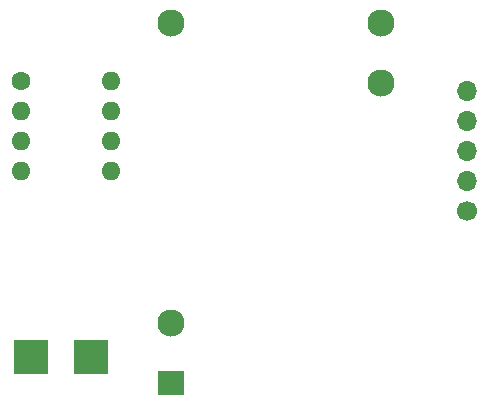
<source format=gbr>
%TF.GenerationSoftware,KiCad,Pcbnew,6.0.2+dfsg-1*%
%TF.CreationDate,2023-07-16T21:42:27+02:00*%
%TF.ProjectId,buzzer,62757a7a-6572-42e6-9b69-6361645f7063,rev?*%
%TF.SameCoordinates,Original*%
%TF.FileFunction,Soldermask,Bot*%
%TF.FilePolarity,Negative*%
%FSLAX46Y46*%
G04 Gerber Fmt 4.6, Leading zero omitted, Abs format (unit mm)*
G04 Created by KiCad (PCBNEW 6.0.2+dfsg-1) date 2023-07-16 21:42:27*
%MOMM*%
%LPD*%
G01*
G04 APERTURE LIST*
%ADD10R,2.300000X2.000000*%
%ADD11C,2.300000*%
%ADD12R,3.000000X3.000000*%
%ADD13C,1.600000*%
%ADD14O,1.600000X1.600000*%
%ADD15C,1.700000*%
%ADD16O,1.700000X1.700000*%
G04 APERTURE END LIST*
D10*
%TO.C,PS1*%
X44149574Y-62794667D03*
D11*
X44149574Y-57714667D03*
X44149574Y-32314667D03*
X61929574Y-32314667D03*
X61929574Y-37394667D03*
%TD*%
D12*
%TO.C,AC-IN*%
X32290015Y-60595007D03*
X37370015Y-60595007D03*
%TD*%
D13*
%TO.C,U1*%
X31482062Y-37256538D03*
D14*
X31482062Y-39796538D03*
X31482062Y-42336538D03*
X31482062Y-44876538D03*
X39102062Y-44876538D03*
X39102062Y-42336538D03*
X39102062Y-39796538D03*
X39102062Y-37256538D03*
%TD*%
D15*
%TO.C,HC-12*%
X69206823Y-48230000D03*
D16*
X69206823Y-45690000D03*
X69206823Y-43150000D03*
X69206823Y-40610000D03*
X69206823Y-38070000D03*
%TD*%
M02*

</source>
